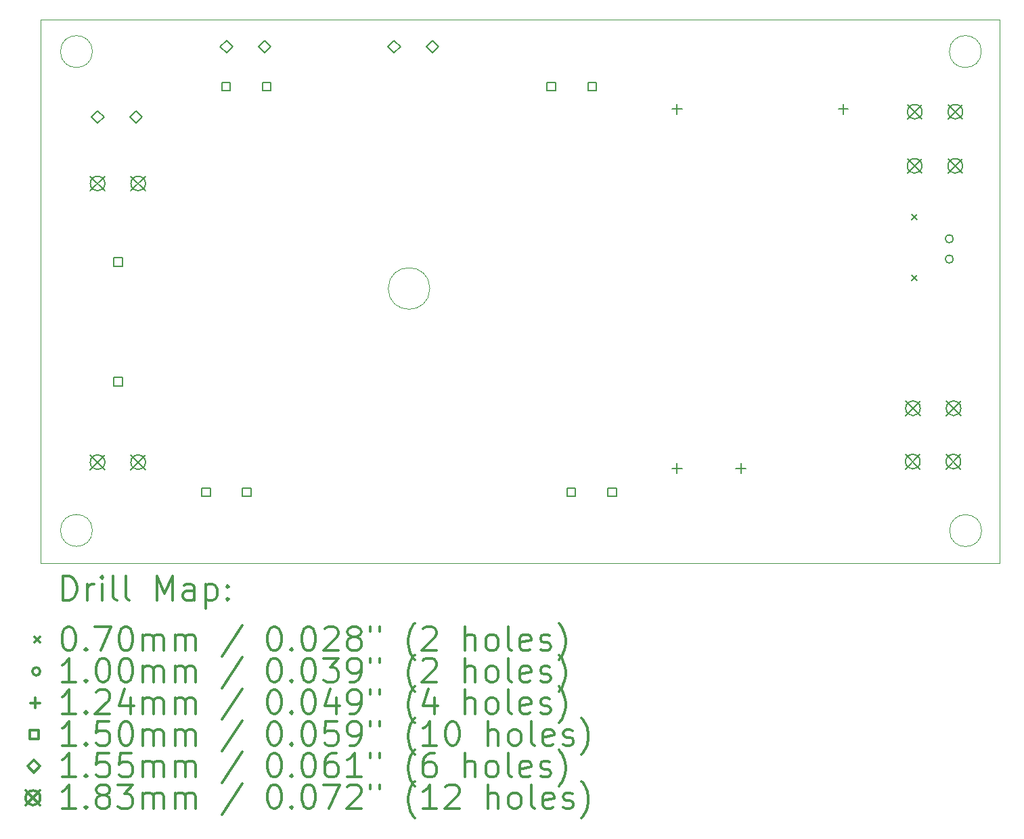
<source format=gbr>
%FSLAX45Y45*%
G04 Gerber Fmt 4.5, Leading zero omitted, Abs format (unit mm)*
G04 Created by KiCad (PCBNEW (5.1.6)-1) date 2022-02-26 06:54:06*
%MOMM*%
%LPD*%
G01*
G04 APERTURE LIST*
%TA.AperFunction,Profile*%
%ADD10C,0.050000*%
%TD*%
%ADD11C,0.200000*%
%ADD12C,0.300000*%
G04 APERTURE END LIST*
D10*
X12469780Y-9576528D02*
G75*
G03*
X12469780Y-9576528I-260000J0D01*
G01*
X8249260Y-12606020D02*
G75*
G03*
X8249260Y-12606020I-200000J0D01*
G01*
X8249260Y-6609080D02*
G75*
G03*
X8249260Y-6609080I-200000J0D01*
G01*
X19372580Y-12608560D02*
G75*
G03*
X19372580Y-12608560I-200000J0D01*
G01*
X19369380Y-6609080D02*
G75*
G03*
X19369380Y-6609080I-200000J0D01*
G01*
X7598640Y-13012870D02*
X19598640Y-13012660D01*
X7598640Y-6212840D02*
X7598640Y-13012870D01*
X19598640Y-6212630D02*
X19598640Y-13012660D01*
X7598640Y-6212840D02*
X19598640Y-6212840D01*
D11*
X18499380Y-8649260D02*
X18569380Y-8719260D01*
X18569380Y-8649260D02*
X18499380Y-8719260D01*
X18499380Y-9411260D02*
X18569380Y-9481260D01*
X18569380Y-9411260D02*
X18499380Y-9481260D01*
X19018720Y-8953500D02*
G75*
G03*
X19018720Y-8953500I-50000J0D01*
G01*
X19018720Y-9207500D02*
G75*
G03*
X19018720Y-9207500I-50000J0D01*
G01*
X15561440Y-7266820D02*
X15561440Y-7390820D01*
X15499440Y-7328820D02*
X15623440Y-7328820D01*
X15561440Y-11766820D02*
X15561440Y-11890820D01*
X15499440Y-11828820D02*
X15623440Y-11828820D01*
X16361440Y-11766820D02*
X16361440Y-11890820D01*
X16299440Y-11828820D02*
X16423440Y-11828820D01*
X17641440Y-7266820D02*
X17641440Y-7390820D01*
X17579440Y-7328820D02*
X17703440Y-7328820D01*
X8622994Y-9297934D02*
X8622994Y-9191867D01*
X8516927Y-9191867D01*
X8516927Y-9297934D01*
X8622994Y-9297934D01*
X8622994Y-10797934D02*
X8622994Y-10691867D01*
X8516927Y-10691867D01*
X8516927Y-10797934D01*
X8622994Y-10797934D01*
X9722974Y-12180713D02*
X9722974Y-12074646D01*
X9616907Y-12074646D01*
X9616907Y-12180713D01*
X9722974Y-12180713D01*
X9972974Y-7100713D02*
X9972974Y-6994646D01*
X9866907Y-6994646D01*
X9866907Y-7100713D01*
X9972974Y-7100713D01*
X10232974Y-12180713D02*
X10232974Y-12074646D01*
X10126907Y-12074646D01*
X10126907Y-12180713D01*
X10232974Y-12180713D01*
X10482974Y-7100713D02*
X10482974Y-6994646D01*
X10376907Y-6994646D01*
X10376907Y-7100713D01*
X10482974Y-7100713D01*
X14042973Y-7100713D02*
X14042973Y-6994646D01*
X13936906Y-6994646D01*
X13936906Y-7100713D01*
X14042973Y-7100713D01*
X14292973Y-12180713D02*
X14292973Y-12074646D01*
X14186906Y-12074646D01*
X14186906Y-12180713D01*
X14292973Y-12180713D01*
X14552973Y-7100713D02*
X14552973Y-6994646D01*
X14446906Y-6994646D01*
X14446906Y-7100713D01*
X14552973Y-7100713D01*
X14802973Y-12180713D02*
X14802973Y-12074646D01*
X14696906Y-12074646D01*
X14696906Y-12180713D01*
X14802973Y-12180713D01*
X12024420Y-6623080D02*
X12101920Y-6545580D01*
X12024420Y-6468080D01*
X11946920Y-6545580D01*
X12024420Y-6623080D01*
X12504420Y-6623080D02*
X12581920Y-6545580D01*
X12504420Y-6468080D01*
X12426920Y-6545580D01*
X12504420Y-6623080D01*
X9926380Y-6623080D02*
X10003880Y-6545580D01*
X9926380Y-6468080D01*
X9848880Y-6545580D01*
X9926380Y-6623080D01*
X10406380Y-6623080D02*
X10483880Y-6545580D01*
X10406380Y-6468080D01*
X10328880Y-6545580D01*
X10406380Y-6623080D01*
X8315960Y-7504460D02*
X8393460Y-7426960D01*
X8315960Y-7349460D01*
X8238460Y-7426960D01*
X8315960Y-7504460D01*
X8795960Y-7504460D02*
X8873460Y-7426960D01*
X8795960Y-7349460D01*
X8718460Y-7426960D01*
X8795960Y-7504460D01*
X18442880Y-7950140D02*
X18625880Y-8133140D01*
X18625880Y-7950140D02*
X18442880Y-8133140D01*
X18625880Y-8041640D02*
G75*
G03*
X18625880Y-8041640I-91500J0D01*
G01*
X18950880Y-7950140D02*
X19133880Y-8133140D01*
X19133880Y-7950140D02*
X18950880Y-8133140D01*
X19133880Y-8041640D02*
G75*
G03*
X19133880Y-8041640I-91500J0D01*
G01*
X18422560Y-10985440D02*
X18605560Y-11168440D01*
X18605560Y-10985440D02*
X18422560Y-11168440D01*
X18605560Y-11076940D02*
G75*
G03*
X18605560Y-11076940I-91500J0D01*
G01*
X18930560Y-10985440D02*
X19113560Y-11168440D01*
X19113560Y-10985440D02*
X18930560Y-11168440D01*
X19113560Y-11076940D02*
G75*
G03*
X19113560Y-11076940I-91500J0D01*
G01*
X8221920Y-8171120D02*
X8404920Y-8354120D01*
X8404920Y-8171120D02*
X8221920Y-8354120D01*
X8404920Y-8262620D02*
G75*
G03*
X8404920Y-8262620I-91500J0D01*
G01*
X8729920Y-8171120D02*
X8912920Y-8354120D01*
X8912920Y-8171120D02*
X8729920Y-8354120D01*
X8912920Y-8262620D02*
G75*
G03*
X8912920Y-8262620I-91500J0D01*
G01*
X18445420Y-7271960D02*
X18628420Y-7454960D01*
X18628420Y-7271960D02*
X18445420Y-7454960D01*
X18628420Y-7363460D02*
G75*
G03*
X18628420Y-7363460I-91500J0D01*
G01*
X18953420Y-7271960D02*
X19136420Y-7454960D01*
X19136420Y-7271960D02*
X18953420Y-7454960D01*
X19136420Y-7363460D02*
G75*
G03*
X19136420Y-7363460I-91500J0D01*
G01*
X8221920Y-11661080D02*
X8404920Y-11844080D01*
X8404920Y-11661080D02*
X8221920Y-11844080D01*
X8404920Y-11752580D02*
G75*
G03*
X8404920Y-11752580I-91500J0D01*
G01*
X8729920Y-11661080D02*
X8912920Y-11844080D01*
X8912920Y-11661080D02*
X8729920Y-11844080D01*
X8912920Y-11752580D02*
G75*
G03*
X8912920Y-11752580I-91500J0D01*
G01*
X18420020Y-11653460D02*
X18603020Y-11836460D01*
X18603020Y-11653460D02*
X18420020Y-11836460D01*
X18603020Y-11744960D02*
G75*
G03*
X18603020Y-11744960I-91500J0D01*
G01*
X18928020Y-11653460D02*
X19111020Y-11836460D01*
X19111020Y-11653460D02*
X18928020Y-11836460D01*
X19111020Y-11744960D02*
G75*
G03*
X19111020Y-11744960I-91500J0D01*
G01*
D12*
X7882568Y-13481084D02*
X7882568Y-13181084D01*
X7953997Y-13181084D01*
X7996854Y-13195370D01*
X8025426Y-13223941D01*
X8039711Y-13252513D01*
X8053997Y-13309656D01*
X8053997Y-13352513D01*
X8039711Y-13409656D01*
X8025426Y-13438227D01*
X7996854Y-13466799D01*
X7953997Y-13481084D01*
X7882568Y-13481084D01*
X8182568Y-13481084D02*
X8182568Y-13281084D01*
X8182568Y-13338227D02*
X8196854Y-13309656D01*
X8211140Y-13295370D01*
X8239711Y-13281084D01*
X8268283Y-13281084D01*
X8368283Y-13481084D02*
X8368283Y-13281084D01*
X8368283Y-13181084D02*
X8353997Y-13195370D01*
X8368283Y-13209656D01*
X8382568Y-13195370D01*
X8368283Y-13181084D01*
X8368283Y-13209656D01*
X8553997Y-13481084D02*
X8525426Y-13466799D01*
X8511140Y-13438227D01*
X8511140Y-13181084D01*
X8711140Y-13481084D02*
X8682568Y-13466799D01*
X8668283Y-13438227D01*
X8668283Y-13181084D01*
X9053997Y-13481084D02*
X9053997Y-13181084D01*
X9153997Y-13395370D01*
X9253997Y-13181084D01*
X9253997Y-13481084D01*
X9525426Y-13481084D02*
X9525426Y-13323941D01*
X9511140Y-13295370D01*
X9482568Y-13281084D01*
X9425426Y-13281084D01*
X9396854Y-13295370D01*
X9525426Y-13466799D02*
X9496854Y-13481084D01*
X9425426Y-13481084D01*
X9396854Y-13466799D01*
X9382568Y-13438227D01*
X9382568Y-13409656D01*
X9396854Y-13381084D01*
X9425426Y-13366799D01*
X9496854Y-13366799D01*
X9525426Y-13352513D01*
X9668283Y-13281084D02*
X9668283Y-13581084D01*
X9668283Y-13295370D02*
X9696854Y-13281084D01*
X9753997Y-13281084D01*
X9782568Y-13295370D01*
X9796854Y-13309656D01*
X9811140Y-13338227D01*
X9811140Y-13423941D01*
X9796854Y-13452513D01*
X9782568Y-13466799D01*
X9753997Y-13481084D01*
X9696854Y-13481084D01*
X9668283Y-13466799D01*
X9939711Y-13452513D02*
X9953997Y-13466799D01*
X9939711Y-13481084D01*
X9925426Y-13466799D01*
X9939711Y-13452513D01*
X9939711Y-13481084D01*
X9939711Y-13295370D02*
X9953997Y-13309656D01*
X9939711Y-13323941D01*
X9925426Y-13309656D01*
X9939711Y-13295370D01*
X9939711Y-13323941D01*
X7526140Y-13940370D02*
X7596140Y-14010370D01*
X7596140Y-13940370D02*
X7526140Y-14010370D01*
X7939711Y-13811084D02*
X7968283Y-13811084D01*
X7996854Y-13825370D01*
X8011140Y-13839656D01*
X8025426Y-13868227D01*
X8039711Y-13925370D01*
X8039711Y-13996799D01*
X8025426Y-14053941D01*
X8011140Y-14082513D01*
X7996854Y-14096799D01*
X7968283Y-14111084D01*
X7939711Y-14111084D01*
X7911140Y-14096799D01*
X7896854Y-14082513D01*
X7882568Y-14053941D01*
X7868283Y-13996799D01*
X7868283Y-13925370D01*
X7882568Y-13868227D01*
X7896854Y-13839656D01*
X7911140Y-13825370D01*
X7939711Y-13811084D01*
X8168283Y-14082513D02*
X8182568Y-14096799D01*
X8168283Y-14111084D01*
X8153997Y-14096799D01*
X8168283Y-14082513D01*
X8168283Y-14111084D01*
X8282568Y-13811084D02*
X8482568Y-13811084D01*
X8353997Y-14111084D01*
X8653997Y-13811084D02*
X8682568Y-13811084D01*
X8711140Y-13825370D01*
X8725426Y-13839656D01*
X8739711Y-13868227D01*
X8753997Y-13925370D01*
X8753997Y-13996799D01*
X8739711Y-14053941D01*
X8725426Y-14082513D01*
X8711140Y-14096799D01*
X8682568Y-14111084D01*
X8653997Y-14111084D01*
X8625426Y-14096799D01*
X8611140Y-14082513D01*
X8596854Y-14053941D01*
X8582568Y-13996799D01*
X8582568Y-13925370D01*
X8596854Y-13868227D01*
X8611140Y-13839656D01*
X8625426Y-13825370D01*
X8653997Y-13811084D01*
X8882568Y-14111084D02*
X8882568Y-13911084D01*
X8882568Y-13939656D02*
X8896854Y-13925370D01*
X8925426Y-13911084D01*
X8968283Y-13911084D01*
X8996854Y-13925370D01*
X9011140Y-13953941D01*
X9011140Y-14111084D01*
X9011140Y-13953941D02*
X9025426Y-13925370D01*
X9053997Y-13911084D01*
X9096854Y-13911084D01*
X9125426Y-13925370D01*
X9139711Y-13953941D01*
X9139711Y-14111084D01*
X9282568Y-14111084D02*
X9282568Y-13911084D01*
X9282568Y-13939656D02*
X9296854Y-13925370D01*
X9325426Y-13911084D01*
X9368283Y-13911084D01*
X9396854Y-13925370D01*
X9411140Y-13953941D01*
X9411140Y-14111084D01*
X9411140Y-13953941D02*
X9425426Y-13925370D01*
X9453997Y-13911084D01*
X9496854Y-13911084D01*
X9525426Y-13925370D01*
X9539711Y-13953941D01*
X9539711Y-14111084D01*
X10125426Y-13796799D02*
X9868283Y-14182513D01*
X10511140Y-13811084D02*
X10539711Y-13811084D01*
X10568283Y-13825370D01*
X10582568Y-13839656D01*
X10596854Y-13868227D01*
X10611140Y-13925370D01*
X10611140Y-13996799D01*
X10596854Y-14053941D01*
X10582568Y-14082513D01*
X10568283Y-14096799D01*
X10539711Y-14111084D01*
X10511140Y-14111084D01*
X10482568Y-14096799D01*
X10468283Y-14082513D01*
X10453997Y-14053941D01*
X10439711Y-13996799D01*
X10439711Y-13925370D01*
X10453997Y-13868227D01*
X10468283Y-13839656D01*
X10482568Y-13825370D01*
X10511140Y-13811084D01*
X10739711Y-14082513D02*
X10753997Y-14096799D01*
X10739711Y-14111084D01*
X10725426Y-14096799D01*
X10739711Y-14082513D01*
X10739711Y-14111084D01*
X10939711Y-13811084D02*
X10968283Y-13811084D01*
X10996854Y-13825370D01*
X11011140Y-13839656D01*
X11025426Y-13868227D01*
X11039711Y-13925370D01*
X11039711Y-13996799D01*
X11025426Y-14053941D01*
X11011140Y-14082513D01*
X10996854Y-14096799D01*
X10968283Y-14111084D01*
X10939711Y-14111084D01*
X10911140Y-14096799D01*
X10896854Y-14082513D01*
X10882568Y-14053941D01*
X10868283Y-13996799D01*
X10868283Y-13925370D01*
X10882568Y-13868227D01*
X10896854Y-13839656D01*
X10911140Y-13825370D01*
X10939711Y-13811084D01*
X11153997Y-13839656D02*
X11168283Y-13825370D01*
X11196854Y-13811084D01*
X11268283Y-13811084D01*
X11296854Y-13825370D01*
X11311140Y-13839656D01*
X11325426Y-13868227D01*
X11325426Y-13896799D01*
X11311140Y-13939656D01*
X11139711Y-14111084D01*
X11325426Y-14111084D01*
X11496854Y-13939656D02*
X11468283Y-13925370D01*
X11453997Y-13911084D01*
X11439711Y-13882513D01*
X11439711Y-13868227D01*
X11453997Y-13839656D01*
X11468283Y-13825370D01*
X11496854Y-13811084D01*
X11553997Y-13811084D01*
X11582568Y-13825370D01*
X11596854Y-13839656D01*
X11611140Y-13868227D01*
X11611140Y-13882513D01*
X11596854Y-13911084D01*
X11582568Y-13925370D01*
X11553997Y-13939656D01*
X11496854Y-13939656D01*
X11468283Y-13953941D01*
X11453997Y-13968227D01*
X11439711Y-13996799D01*
X11439711Y-14053941D01*
X11453997Y-14082513D01*
X11468283Y-14096799D01*
X11496854Y-14111084D01*
X11553997Y-14111084D01*
X11582568Y-14096799D01*
X11596854Y-14082513D01*
X11611140Y-14053941D01*
X11611140Y-13996799D01*
X11596854Y-13968227D01*
X11582568Y-13953941D01*
X11553997Y-13939656D01*
X11725426Y-13811084D02*
X11725426Y-13868227D01*
X11839711Y-13811084D02*
X11839711Y-13868227D01*
X12282568Y-14225370D02*
X12268283Y-14211084D01*
X12239711Y-14168227D01*
X12225426Y-14139656D01*
X12211140Y-14096799D01*
X12196854Y-14025370D01*
X12196854Y-13968227D01*
X12211140Y-13896799D01*
X12225426Y-13853941D01*
X12239711Y-13825370D01*
X12268283Y-13782513D01*
X12282568Y-13768227D01*
X12382568Y-13839656D02*
X12396854Y-13825370D01*
X12425426Y-13811084D01*
X12496854Y-13811084D01*
X12525426Y-13825370D01*
X12539711Y-13839656D01*
X12553997Y-13868227D01*
X12553997Y-13896799D01*
X12539711Y-13939656D01*
X12368283Y-14111084D01*
X12553997Y-14111084D01*
X12911140Y-14111084D02*
X12911140Y-13811084D01*
X13039711Y-14111084D02*
X13039711Y-13953941D01*
X13025426Y-13925370D01*
X12996854Y-13911084D01*
X12953997Y-13911084D01*
X12925426Y-13925370D01*
X12911140Y-13939656D01*
X13225426Y-14111084D02*
X13196854Y-14096799D01*
X13182568Y-14082513D01*
X13168283Y-14053941D01*
X13168283Y-13968227D01*
X13182568Y-13939656D01*
X13196854Y-13925370D01*
X13225426Y-13911084D01*
X13268283Y-13911084D01*
X13296854Y-13925370D01*
X13311140Y-13939656D01*
X13325426Y-13968227D01*
X13325426Y-14053941D01*
X13311140Y-14082513D01*
X13296854Y-14096799D01*
X13268283Y-14111084D01*
X13225426Y-14111084D01*
X13496854Y-14111084D02*
X13468283Y-14096799D01*
X13453997Y-14068227D01*
X13453997Y-13811084D01*
X13725426Y-14096799D02*
X13696854Y-14111084D01*
X13639711Y-14111084D01*
X13611140Y-14096799D01*
X13596854Y-14068227D01*
X13596854Y-13953941D01*
X13611140Y-13925370D01*
X13639711Y-13911084D01*
X13696854Y-13911084D01*
X13725426Y-13925370D01*
X13739711Y-13953941D01*
X13739711Y-13982513D01*
X13596854Y-14011084D01*
X13853997Y-14096799D02*
X13882568Y-14111084D01*
X13939711Y-14111084D01*
X13968283Y-14096799D01*
X13982568Y-14068227D01*
X13982568Y-14053941D01*
X13968283Y-14025370D01*
X13939711Y-14011084D01*
X13896854Y-14011084D01*
X13868283Y-13996799D01*
X13853997Y-13968227D01*
X13853997Y-13953941D01*
X13868283Y-13925370D01*
X13896854Y-13911084D01*
X13939711Y-13911084D01*
X13968283Y-13925370D01*
X14082568Y-14225370D02*
X14096854Y-14211084D01*
X14125426Y-14168227D01*
X14139711Y-14139656D01*
X14153997Y-14096799D01*
X14168283Y-14025370D01*
X14168283Y-13968227D01*
X14153997Y-13896799D01*
X14139711Y-13853941D01*
X14125426Y-13825370D01*
X14096854Y-13782513D01*
X14082568Y-13768227D01*
X7596140Y-14371370D02*
G75*
G03*
X7596140Y-14371370I-50000J0D01*
G01*
X8039711Y-14507084D02*
X7868283Y-14507084D01*
X7953997Y-14507084D02*
X7953997Y-14207084D01*
X7925426Y-14249941D01*
X7896854Y-14278513D01*
X7868283Y-14292799D01*
X8168283Y-14478513D02*
X8182568Y-14492799D01*
X8168283Y-14507084D01*
X8153997Y-14492799D01*
X8168283Y-14478513D01*
X8168283Y-14507084D01*
X8368283Y-14207084D02*
X8396854Y-14207084D01*
X8425426Y-14221370D01*
X8439711Y-14235656D01*
X8453997Y-14264227D01*
X8468283Y-14321370D01*
X8468283Y-14392799D01*
X8453997Y-14449941D01*
X8439711Y-14478513D01*
X8425426Y-14492799D01*
X8396854Y-14507084D01*
X8368283Y-14507084D01*
X8339711Y-14492799D01*
X8325426Y-14478513D01*
X8311140Y-14449941D01*
X8296854Y-14392799D01*
X8296854Y-14321370D01*
X8311140Y-14264227D01*
X8325426Y-14235656D01*
X8339711Y-14221370D01*
X8368283Y-14207084D01*
X8653997Y-14207084D02*
X8682568Y-14207084D01*
X8711140Y-14221370D01*
X8725426Y-14235656D01*
X8739711Y-14264227D01*
X8753997Y-14321370D01*
X8753997Y-14392799D01*
X8739711Y-14449941D01*
X8725426Y-14478513D01*
X8711140Y-14492799D01*
X8682568Y-14507084D01*
X8653997Y-14507084D01*
X8625426Y-14492799D01*
X8611140Y-14478513D01*
X8596854Y-14449941D01*
X8582568Y-14392799D01*
X8582568Y-14321370D01*
X8596854Y-14264227D01*
X8611140Y-14235656D01*
X8625426Y-14221370D01*
X8653997Y-14207084D01*
X8882568Y-14507084D02*
X8882568Y-14307084D01*
X8882568Y-14335656D02*
X8896854Y-14321370D01*
X8925426Y-14307084D01*
X8968283Y-14307084D01*
X8996854Y-14321370D01*
X9011140Y-14349941D01*
X9011140Y-14507084D01*
X9011140Y-14349941D02*
X9025426Y-14321370D01*
X9053997Y-14307084D01*
X9096854Y-14307084D01*
X9125426Y-14321370D01*
X9139711Y-14349941D01*
X9139711Y-14507084D01*
X9282568Y-14507084D02*
X9282568Y-14307084D01*
X9282568Y-14335656D02*
X9296854Y-14321370D01*
X9325426Y-14307084D01*
X9368283Y-14307084D01*
X9396854Y-14321370D01*
X9411140Y-14349941D01*
X9411140Y-14507084D01*
X9411140Y-14349941D02*
X9425426Y-14321370D01*
X9453997Y-14307084D01*
X9496854Y-14307084D01*
X9525426Y-14321370D01*
X9539711Y-14349941D01*
X9539711Y-14507084D01*
X10125426Y-14192799D02*
X9868283Y-14578513D01*
X10511140Y-14207084D02*
X10539711Y-14207084D01*
X10568283Y-14221370D01*
X10582568Y-14235656D01*
X10596854Y-14264227D01*
X10611140Y-14321370D01*
X10611140Y-14392799D01*
X10596854Y-14449941D01*
X10582568Y-14478513D01*
X10568283Y-14492799D01*
X10539711Y-14507084D01*
X10511140Y-14507084D01*
X10482568Y-14492799D01*
X10468283Y-14478513D01*
X10453997Y-14449941D01*
X10439711Y-14392799D01*
X10439711Y-14321370D01*
X10453997Y-14264227D01*
X10468283Y-14235656D01*
X10482568Y-14221370D01*
X10511140Y-14207084D01*
X10739711Y-14478513D02*
X10753997Y-14492799D01*
X10739711Y-14507084D01*
X10725426Y-14492799D01*
X10739711Y-14478513D01*
X10739711Y-14507084D01*
X10939711Y-14207084D02*
X10968283Y-14207084D01*
X10996854Y-14221370D01*
X11011140Y-14235656D01*
X11025426Y-14264227D01*
X11039711Y-14321370D01*
X11039711Y-14392799D01*
X11025426Y-14449941D01*
X11011140Y-14478513D01*
X10996854Y-14492799D01*
X10968283Y-14507084D01*
X10939711Y-14507084D01*
X10911140Y-14492799D01*
X10896854Y-14478513D01*
X10882568Y-14449941D01*
X10868283Y-14392799D01*
X10868283Y-14321370D01*
X10882568Y-14264227D01*
X10896854Y-14235656D01*
X10911140Y-14221370D01*
X10939711Y-14207084D01*
X11139711Y-14207084D02*
X11325426Y-14207084D01*
X11225426Y-14321370D01*
X11268283Y-14321370D01*
X11296854Y-14335656D01*
X11311140Y-14349941D01*
X11325426Y-14378513D01*
X11325426Y-14449941D01*
X11311140Y-14478513D01*
X11296854Y-14492799D01*
X11268283Y-14507084D01*
X11182568Y-14507084D01*
X11153997Y-14492799D01*
X11139711Y-14478513D01*
X11468283Y-14507084D02*
X11525426Y-14507084D01*
X11553997Y-14492799D01*
X11568283Y-14478513D01*
X11596854Y-14435656D01*
X11611140Y-14378513D01*
X11611140Y-14264227D01*
X11596854Y-14235656D01*
X11582568Y-14221370D01*
X11553997Y-14207084D01*
X11496854Y-14207084D01*
X11468283Y-14221370D01*
X11453997Y-14235656D01*
X11439711Y-14264227D01*
X11439711Y-14335656D01*
X11453997Y-14364227D01*
X11468283Y-14378513D01*
X11496854Y-14392799D01*
X11553997Y-14392799D01*
X11582568Y-14378513D01*
X11596854Y-14364227D01*
X11611140Y-14335656D01*
X11725426Y-14207084D02*
X11725426Y-14264227D01*
X11839711Y-14207084D02*
X11839711Y-14264227D01*
X12282568Y-14621370D02*
X12268283Y-14607084D01*
X12239711Y-14564227D01*
X12225426Y-14535656D01*
X12211140Y-14492799D01*
X12196854Y-14421370D01*
X12196854Y-14364227D01*
X12211140Y-14292799D01*
X12225426Y-14249941D01*
X12239711Y-14221370D01*
X12268283Y-14178513D01*
X12282568Y-14164227D01*
X12382568Y-14235656D02*
X12396854Y-14221370D01*
X12425426Y-14207084D01*
X12496854Y-14207084D01*
X12525426Y-14221370D01*
X12539711Y-14235656D01*
X12553997Y-14264227D01*
X12553997Y-14292799D01*
X12539711Y-14335656D01*
X12368283Y-14507084D01*
X12553997Y-14507084D01*
X12911140Y-14507084D02*
X12911140Y-14207084D01*
X13039711Y-14507084D02*
X13039711Y-14349941D01*
X13025426Y-14321370D01*
X12996854Y-14307084D01*
X12953997Y-14307084D01*
X12925426Y-14321370D01*
X12911140Y-14335656D01*
X13225426Y-14507084D02*
X13196854Y-14492799D01*
X13182568Y-14478513D01*
X13168283Y-14449941D01*
X13168283Y-14364227D01*
X13182568Y-14335656D01*
X13196854Y-14321370D01*
X13225426Y-14307084D01*
X13268283Y-14307084D01*
X13296854Y-14321370D01*
X13311140Y-14335656D01*
X13325426Y-14364227D01*
X13325426Y-14449941D01*
X13311140Y-14478513D01*
X13296854Y-14492799D01*
X13268283Y-14507084D01*
X13225426Y-14507084D01*
X13496854Y-14507084D02*
X13468283Y-14492799D01*
X13453997Y-14464227D01*
X13453997Y-14207084D01*
X13725426Y-14492799D02*
X13696854Y-14507084D01*
X13639711Y-14507084D01*
X13611140Y-14492799D01*
X13596854Y-14464227D01*
X13596854Y-14349941D01*
X13611140Y-14321370D01*
X13639711Y-14307084D01*
X13696854Y-14307084D01*
X13725426Y-14321370D01*
X13739711Y-14349941D01*
X13739711Y-14378513D01*
X13596854Y-14407084D01*
X13853997Y-14492799D02*
X13882568Y-14507084D01*
X13939711Y-14507084D01*
X13968283Y-14492799D01*
X13982568Y-14464227D01*
X13982568Y-14449941D01*
X13968283Y-14421370D01*
X13939711Y-14407084D01*
X13896854Y-14407084D01*
X13868283Y-14392799D01*
X13853997Y-14364227D01*
X13853997Y-14349941D01*
X13868283Y-14321370D01*
X13896854Y-14307084D01*
X13939711Y-14307084D01*
X13968283Y-14321370D01*
X14082568Y-14621370D02*
X14096854Y-14607084D01*
X14125426Y-14564227D01*
X14139711Y-14535656D01*
X14153997Y-14492799D01*
X14168283Y-14421370D01*
X14168283Y-14364227D01*
X14153997Y-14292799D01*
X14139711Y-14249941D01*
X14125426Y-14221370D01*
X14096854Y-14178513D01*
X14082568Y-14164227D01*
X7534140Y-14705370D02*
X7534140Y-14829370D01*
X7472140Y-14767370D02*
X7596140Y-14767370D01*
X8039711Y-14903084D02*
X7868283Y-14903084D01*
X7953997Y-14903084D02*
X7953997Y-14603084D01*
X7925426Y-14645941D01*
X7896854Y-14674513D01*
X7868283Y-14688799D01*
X8168283Y-14874513D02*
X8182568Y-14888799D01*
X8168283Y-14903084D01*
X8153997Y-14888799D01*
X8168283Y-14874513D01*
X8168283Y-14903084D01*
X8296854Y-14631656D02*
X8311140Y-14617370D01*
X8339711Y-14603084D01*
X8411140Y-14603084D01*
X8439711Y-14617370D01*
X8453997Y-14631656D01*
X8468283Y-14660227D01*
X8468283Y-14688799D01*
X8453997Y-14731656D01*
X8282568Y-14903084D01*
X8468283Y-14903084D01*
X8725426Y-14703084D02*
X8725426Y-14903084D01*
X8653997Y-14588799D02*
X8582568Y-14803084D01*
X8768283Y-14803084D01*
X8882568Y-14903084D02*
X8882568Y-14703084D01*
X8882568Y-14731656D02*
X8896854Y-14717370D01*
X8925426Y-14703084D01*
X8968283Y-14703084D01*
X8996854Y-14717370D01*
X9011140Y-14745941D01*
X9011140Y-14903084D01*
X9011140Y-14745941D02*
X9025426Y-14717370D01*
X9053997Y-14703084D01*
X9096854Y-14703084D01*
X9125426Y-14717370D01*
X9139711Y-14745941D01*
X9139711Y-14903084D01*
X9282568Y-14903084D02*
X9282568Y-14703084D01*
X9282568Y-14731656D02*
X9296854Y-14717370D01*
X9325426Y-14703084D01*
X9368283Y-14703084D01*
X9396854Y-14717370D01*
X9411140Y-14745941D01*
X9411140Y-14903084D01*
X9411140Y-14745941D02*
X9425426Y-14717370D01*
X9453997Y-14703084D01*
X9496854Y-14703084D01*
X9525426Y-14717370D01*
X9539711Y-14745941D01*
X9539711Y-14903084D01*
X10125426Y-14588799D02*
X9868283Y-14974513D01*
X10511140Y-14603084D02*
X10539711Y-14603084D01*
X10568283Y-14617370D01*
X10582568Y-14631656D01*
X10596854Y-14660227D01*
X10611140Y-14717370D01*
X10611140Y-14788799D01*
X10596854Y-14845941D01*
X10582568Y-14874513D01*
X10568283Y-14888799D01*
X10539711Y-14903084D01*
X10511140Y-14903084D01*
X10482568Y-14888799D01*
X10468283Y-14874513D01*
X10453997Y-14845941D01*
X10439711Y-14788799D01*
X10439711Y-14717370D01*
X10453997Y-14660227D01*
X10468283Y-14631656D01*
X10482568Y-14617370D01*
X10511140Y-14603084D01*
X10739711Y-14874513D02*
X10753997Y-14888799D01*
X10739711Y-14903084D01*
X10725426Y-14888799D01*
X10739711Y-14874513D01*
X10739711Y-14903084D01*
X10939711Y-14603084D02*
X10968283Y-14603084D01*
X10996854Y-14617370D01*
X11011140Y-14631656D01*
X11025426Y-14660227D01*
X11039711Y-14717370D01*
X11039711Y-14788799D01*
X11025426Y-14845941D01*
X11011140Y-14874513D01*
X10996854Y-14888799D01*
X10968283Y-14903084D01*
X10939711Y-14903084D01*
X10911140Y-14888799D01*
X10896854Y-14874513D01*
X10882568Y-14845941D01*
X10868283Y-14788799D01*
X10868283Y-14717370D01*
X10882568Y-14660227D01*
X10896854Y-14631656D01*
X10911140Y-14617370D01*
X10939711Y-14603084D01*
X11296854Y-14703084D02*
X11296854Y-14903084D01*
X11225426Y-14588799D02*
X11153997Y-14803084D01*
X11339711Y-14803084D01*
X11468283Y-14903084D02*
X11525426Y-14903084D01*
X11553997Y-14888799D01*
X11568283Y-14874513D01*
X11596854Y-14831656D01*
X11611140Y-14774513D01*
X11611140Y-14660227D01*
X11596854Y-14631656D01*
X11582568Y-14617370D01*
X11553997Y-14603084D01*
X11496854Y-14603084D01*
X11468283Y-14617370D01*
X11453997Y-14631656D01*
X11439711Y-14660227D01*
X11439711Y-14731656D01*
X11453997Y-14760227D01*
X11468283Y-14774513D01*
X11496854Y-14788799D01*
X11553997Y-14788799D01*
X11582568Y-14774513D01*
X11596854Y-14760227D01*
X11611140Y-14731656D01*
X11725426Y-14603084D02*
X11725426Y-14660227D01*
X11839711Y-14603084D02*
X11839711Y-14660227D01*
X12282568Y-15017370D02*
X12268283Y-15003084D01*
X12239711Y-14960227D01*
X12225426Y-14931656D01*
X12211140Y-14888799D01*
X12196854Y-14817370D01*
X12196854Y-14760227D01*
X12211140Y-14688799D01*
X12225426Y-14645941D01*
X12239711Y-14617370D01*
X12268283Y-14574513D01*
X12282568Y-14560227D01*
X12525426Y-14703084D02*
X12525426Y-14903084D01*
X12453997Y-14588799D02*
X12382568Y-14803084D01*
X12568283Y-14803084D01*
X12911140Y-14903084D02*
X12911140Y-14603084D01*
X13039711Y-14903084D02*
X13039711Y-14745941D01*
X13025426Y-14717370D01*
X12996854Y-14703084D01*
X12953997Y-14703084D01*
X12925426Y-14717370D01*
X12911140Y-14731656D01*
X13225426Y-14903084D02*
X13196854Y-14888799D01*
X13182568Y-14874513D01*
X13168283Y-14845941D01*
X13168283Y-14760227D01*
X13182568Y-14731656D01*
X13196854Y-14717370D01*
X13225426Y-14703084D01*
X13268283Y-14703084D01*
X13296854Y-14717370D01*
X13311140Y-14731656D01*
X13325426Y-14760227D01*
X13325426Y-14845941D01*
X13311140Y-14874513D01*
X13296854Y-14888799D01*
X13268283Y-14903084D01*
X13225426Y-14903084D01*
X13496854Y-14903084D02*
X13468283Y-14888799D01*
X13453997Y-14860227D01*
X13453997Y-14603084D01*
X13725426Y-14888799D02*
X13696854Y-14903084D01*
X13639711Y-14903084D01*
X13611140Y-14888799D01*
X13596854Y-14860227D01*
X13596854Y-14745941D01*
X13611140Y-14717370D01*
X13639711Y-14703084D01*
X13696854Y-14703084D01*
X13725426Y-14717370D01*
X13739711Y-14745941D01*
X13739711Y-14774513D01*
X13596854Y-14803084D01*
X13853997Y-14888799D02*
X13882568Y-14903084D01*
X13939711Y-14903084D01*
X13968283Y-14888799D01*
X13982568Y-14860227D01*
X13982568Y-14845941D01*
X13968283Y-14817370D01*
X13939711Y-14803084D01*
X13896854Y-14803084D01*
X13868283Y-14788799D01*
X13853997Y-14760227D01*
X13853997Y-14745941D01*
X13868283Y-14717370D01*
X13896854Y-14703084D01*
X13939711Y-14703084D01*
X13968283Y-14717370D01*
X14082568Y-15017370D02*
X14096854Y-15003084D01*
X14125426Y-14960227D01*
X14139711Y-14931656D01*
X14153997Y-14888799D01*
X14168283Y-14817370D01*
X14168283Y-14760227D01*
X14153997Y-14688799D01*
X14139711Y-14645941D01*
X14125426Y-14617370D01*
X14096854Y-14574513D01*
X14082568Y-14560227D01*
X7574173Y-15216404D02*
X7574173Y-15110337D01*
X7468106Y-15110337D01*
X7468106Y-15216404D01*
X7574173Y-15216404D01*
X8039711Y-15299084D02*
X7868283Y-15299084D01*
X7953997Y-15299084D02*
X7953997Y-14999084D01*
X7925426Y-15041941D01*
X7896854Y-15070513D01*
X7868283Y-15084799D01*
X8168283Y-15270513D02*
X8182568Y-15284799D01*
X8168283Y-15299084D01*
X8153997Y-15284799D01*
X8168283Y-15270513D01*
X8168283Y-15299084D01*
X8453997Y-14999084D02*
X8311140Y-14999084D01*
X8296854Y-15141941D01*
X8311140Y-15127656D01*
X8339711Y-15113370D01*
X8411140Y-15113370D01*
X8439711Y-15127656D01*
X8453997Y-15141941D01*
X8468283Y-15170513D01*
X8468283Y-15241941D01*
X8453997Y-15270513D01*
X8439711Y-15284799D01*
X8411140Y-15299084D01*
X8339711Y-15299084D01*
X8311140Y-15284799D01*
X8296854Y-15270513D01*
X8653997Y-14999084D02*
X8682568Y-14999084D01*
X8711140Y-15013370D01*
X8725426Y-15027656D01*
X8739711Y-15056227D01*
X8753997Y-15113370D01*
X8753997Y-15184799D01*
X8739711Y-15241941D01*
X8725426Y-15270513D01*
X8711140Y-15284799D01*
X8682568Y-15299084D01*
X8653997Y-15299084D01*
X8625426Y-15284799D01*
X8611140Y-15270513D01*
X8596854Y-15241941D01*
X8582568Y-15184799D01*
X8582568Y-15113370D01*
X8596854Y-15056227D01*
X8611140Y-15027656D01*
X8625426Y-15013370D01*
X8653997Y-14999084D01*
X8882568Y-15299084D02*
X8882568Y-15099084D01*
X8882568Y-15127656D02*
X8896854Y-15113370D01*
X8925426Y-15099084D01*
X8968283Y-15099084D01*
X8996854Y-15113370D01*
X9011140Y-15141941D01*
X9011140Y-15299084D01*
X9011140Y-15141941D02*
X9025426Y-15113370D01*
X9053997Y-15099084D01*
X9096854Y-15099084D01*
X9125426Y-15113370D01*
X9139711Y-15141941D01*
X9139711Y-15299084D01*
X9282568Y-15299084D02*
X9282568Y-15099084D01*
X9282568Y-15127656D02*
X9296854Y-15113370D01*
X9325426Y-15099084D01*
X9368283Y-15099084D01*
X9396854Y-15113370D01*
X9411140Y-15141941D01*
X9411140Y-15299084D01*
X9411140Y-15141941D02*
X9425426Y-15113370D01*
X9453997Y-15099084D01*
X9496854Y-15099084D01*
X9525426Y-15113370D01*
X9539711Y-15141941D01*
X9539711Y-15299084D01*
X10125426Y-14984799D02*
X9868283Y-15370513D01*
X10511140Y-14999084D02*
X10539711Y-14999084D01*
X10568283Y-15013370D01*
X10582568Y-15027656D01*
X10596854Y-15056227D01*
X10611140Y-15113370D01*
X10611140Y-15184799D01*
X10596854Y-15241941D01*
X10582568Y-15270513D01*
X10568283Y-15284799D01*
X10539711Y-15299084D01*
X10511140Y-15299084D01*
X10482568Y-15284799D01*
X10468283Y-15270513D01*
X10453997Y-15241941D01*
X10439711Y-15184799D01*
X10439711Y-15113370D01*
X10453997Y-15056227D01*
X10468283Y-15027656D01*
X10482568Y-15013370D01*
X10511140Y-14999084D01*
X10739711Y-15270513D02*
X10753997Y-15284799D01*
X10739711Y-15299084D01*
X10725426Y-15284799D01*
X10739711Y-15270513D01*
X10739711Y-15299084D01*
X10939711Y-14999084D02*
X10968283Y-14999084D01*
X10996854Y-15013370D01*
X11011140Y-15027656D01*
X11025426Y-15056227D01*
X11039711Y-15113370D01*
X11039711Y-15184799D01*
X11025426Y-15241941D01*
X11011140Y-15270513D01*
X10996854Y-15284799D01*
X10968283Y-15299084D01*
X10939711Y-15299084D01*
X10911140Y-15284799D01*
X10896854Y-15270513D01*
X10882568Y-15241941D01*
X10868283Y-15184799D01*
X10868283Y-15113370D01*
X10882568Y-15056227D01*
X10896854Y-15027656D01*
X10911140Y-15013370D01*
X10939711Y-14999084D01*
X11311140Y-14999084D02*
X11168283Y-14999084D01*
X11153997Y-15141941D01*
X11168283Y-15127656D01*
X11196854Y-15113370D01*
X11268283Y-15113370D01*
X11296854Y-15127656D01*
X11311140Y-15141941D01*
X11325426Y-15170513D01*
X11325426Y-15241941D01*
X11311140Y-15270513D01*
X11296854Y-15284799D01*
X11268283Y-15299084D01*
X11196854Y-15299084D01*
X11168283Y-15284799D01*
X11153997Y-15270513D01*
X11468283Y-15299084D02*
X11525426Y-15299084D01*
X11553997Y-15284799D01*
X11568283Y-15270513D01*
X11596854Y-15227656D01*
X11611140Y-15170513D01*
X11611140Y-15056227D01*
X11596854Y-15027656D01*
X11582568Y-15013370D01*
X11553997Y-14999084D01*
X11496854Y-14999084D01*
X11468283Y-15013370D01*
X11453997Y-15027656D01*
X11439711Y-15056227D01*
X11439711Y-15127656D01*
X11453997Y-15156227D01*
X11468283Y-15170513D01*
X11496854Y-15184799D01*
X11553997Y-15184799D01*
X11582568Y-15170513D01*
X11596854Y-15156227D01*
X11611140Y-15127656D01*
X11725426Y-14999084D02*
X11725426Y-15056227D01*
X11839711Y-14999084D02*
X11839711Y-15056227D01*
X12282568Y-15413370D02*
X12268283Y-15399084D01*
X12239711Y-15356227D01*
X12225426Y-15327656D01*
X12211140Y-15284799D01*
X12196854Y-15213370D01*
X12196854Y-15156227D01*
X12211140Y-15084799D01*
X12225426Y-15041941D01*
X12239711Y-15013370D01*
X12268283Y-14970513D01*
X12282568Y-14956227D01*
X12553997Y-15299084D02*
X12382568Y-15299084D01*
X12468283Y-15299084D02*
X12468283Y-14999084D01*
X12439711Y-15041941D01*
X12411140Y-15070513D01*
X12382568Y-15084799D01*
X12739711Y-14999084D02*
X12768283Y-14999084D01*
X12796854Y-15013370D01*
X12811140Y-15027656D01*
X12825426Y-15056227D01*
X12839711Y-15113370D01*
X12839711Y-15184799D01*
X12825426Y-15241941D01*
X12811140Y-15270513D01*
X12796854Y-15284799D01*
X12768283Y-15299084D01*
X12739711Y-15299084D01*
X12711140Y-15284799D01*
X12696854Y-15270513D01*
X12682568Y-15241941D01*
X12668283Y-15184799D01*
X12668283Y-15113370D01*
X12682568Y-15056227D01*
X12696854Y-15027656D01*
X12711140Y-15013370D01*
X12739711Y-14999084D01*
X13196854Y-15299084D02*
X13196854Y-14999084D01*
X13325426Y-15299084D02*
X13325426Y-15141941D01*
X13311140Y-15113370D01*
X13282568Y-15099084D01*
X13239711Y-15099084D01*
X13211140Y-15113370D01*
X13196854Y-15127656D01*
X13511140Y-15299084D02*
X13482568Y-15284799D01*
X13468283Y-15270513D01*
X13453997Y-15241941D01*
X13453997Y-15156227D01*
X13468283Y-15127656D01*
X13482568Y-15113370D01*
X13511140Y-15099084D01*
X13553997Y-15099084D01*
X13582568Y-15113370D01*
X13596854Y-15127656D01*
X13611140Y-15156227D01*
X13611140Y-15241941D01*
X13596854Y-15270513D01*
X13582568Y-15284799D01*
X13553997Y-15299084D01*
X13511140Y-15299084D01*
X13782568Y-15299084D02*
X13753997Y-15284799D01*
X13739711Y-15256227D01*
X13739711Y-14999084D01*
X14011140Y-15284799D02*
X13982568Y-15299084D01*
X13925426Y-15299084D01*
X13896854Y-15284799D01*
X13882568Y-15256227D01*
X13882568Y-15141941D01*
X13896854Y-15113370D01*
X13925426Y-15099084D01*
X13982568Y-15099084D01*
X14011140Y-15113370D01*
X14025426Y-15141941D01*
X14025426Y-15170513D01*
X13882568Y-15199084D01*
X14139711Y-15284799D02*
X14168283Y-15299084D01*
X14225426Y-15299084D01*
X14253997Y-15284799D01*
X14268283Y-15256227D01*
X14268283Y-15241941D01*
X14253997Y-15213370D01*
X14225426Y-15199084D01*
X14182568Y-15199084D01*
X14153997Y-15184799D01*
X14139711Y-15156227D01*
X14139711Y-15141941D01*
X14153997Y-15113370D01*
X14182568Y-15099084D01*
X14225426Y-15099084D01*
X14253997Y-15113370D01*
X14368283Y-15413370D02*
X14382568Y-15399084D01*
X14411140Y-15356227D01*
X14425426Y-15327656D01*
X14439711Y-15284799D01*
X14453997Y-15213370D01*
X14453997Y-15156227D01*
X14439711Y-15084799D01*
X14425426Y-15041941D01*
X14411140Y-15013370D01*
X14382568Y-14970513D01*
X14368283Y-14956227D01*
X7518640Y-15636870D02*
X7596140Y-15559370D01*
X7518640Y-15481870D01*
X7441140Y-15559370D01*
X7518640Y-15636870D01*
X8039711Y-15695084D02*
X7868283Y-15695084D01*
X7953997Y-15695084D02*
X7953997Y-15395084D01*
X7925426Y-15437941D01*
X7896854Y-15466513D01*
X7868283Y-15480799D01*
X8168283Y-15666513D02*
X8182568Y-15680799D01*
X8168283Y-15695084D01*
X8153997Y-15680799D01*
X8168283Y-15666513D01*
X8168283Y-15695084D01*
X8453997Y-15395084D02*
X8311140Y-15395084D01*
X8296854Y-15537941D01*
X8311140Y-15523656D01*
X8339711Y-15509370D01*
X8411140Y-15509370D01*
X8439711Y-15523656D01*
X8453997Y-15537941D01*
X8468283Y-15566513D01*
X8468283Y-15637941D01*
X8453997Y-15666513D01*
X8439711Y-15680799D01*
X8411140Y-15695084D01*
X8339711Y-15695084D01*
X8311140Y-15680799D01*
X8296854Y-15666513D01*
X8739711Y-15395084D02*
X8596854Y-15395084D01*
X8582568Y-15537941D01*
X8596854Y-15523656D01*
X8625426Y-15509370D01*
X8696854Y-15509370D01*
X8725426Y-15523656D01*
X8739711Y-15537941D01*
X8753997Y-15566513D01*
X8753997Y-15637941D01*
X8739711Y-15666513D01*
X8725426Y-15680799D01*
X8696854Y-15695084D01*
X8625426Y-15695084D01*
X8596854Y-15680799D01*
X8582568Y-15666513D01*
X8882568Y-15695084D02*
X8882568Y-15495084D01*
X8882568Y-15523656D02*
X8896854Y-15509370D01*
X8925426Y-15495084D01*
X8968283Y-15495084D01*
X8996854Y-15509370D01*
X9011140Y-15537941D01*
X9011140Y-15695084D01*
X9011140Y-15537941D02*
X9025426Y-15509370D01*
X9053997Y-15495084D01*
X9096854Y-15495084D01*
X9125426Y-15509370D01*
X9139711Y-15537941D01*
X9139711Y-15695084D01*
X9282568Y-15695084D02*
X9282568Y-15495084D01*
X9282568Y-15523656D02*
X9296854Y-15509370D01*
X9325426Y-15495084D01*
X9368283Y-15495084D01*
X9396854Y-15509370D01*
X9411140Y-15537941D01*
X9411140Y-15695084D01*
X9411140Y-15537941D02*
X9425426Y-15509370D01*
X9453997Y-15495084D01*
X9496854Y-15495084D01*
X9525426Y-15509370D01*
X9539711Y-15537941D01*
X9539711Y-15695084D01*
X10125426Y-15380799D02*
X9868283Y-15766513D01*
X10511140Y-15395084D02*
X10539711Y-15395084D01*
X10568283Y-15409370D01*
X10582568Y-15423656D01*
X10596854Y-15452227D01*
X10611140Y-15509370D01*
X10611140Y-15580799D01*
X10596854Y-15637941D01*
X10582568Y-15666513D01*
X10568283Y-15680799D01*
X10539711Y-15695084D01*
X10511140Y-15695084D01*
X10482568Y-15680799D01*
X10468283Y-15666513D01*
X10453997Y-15637941D01*
X10439711Y-15580799D01*
X10439711Y-15509370D01*
X10453997Y-15452227D01*
X10468283Y-15423656D01*
X10482568Y-15409370D01*
X10511140Y-15395084D01*
X10739711Y-15666513D02*
X10753997Y-15680799D01*
X10739711Y-15695084D01*
X10725426Y-15680799D01*
X10739711Y-15666513D01*
X10739711Y-15695084D01*
X10939711Y-15395084D02*
X10968283Y-15395084D01*
X10996854Y-15409370D01*
X11011140Y-15423656D01*
X11025426Y-15452227D01*
X11039711Y-15509370D01*
X11039711Y-15580799D01*
X11025426Y-15637941D01*
X11011140Y-15666513D01*
X10996854Y-15680799D01*
X10968283Y-15695084D01*
X10939711Y-15695084D01*
X10911140Y-15680799D01*
X10896854Y-15666513D01*
X10882568Y-15637941D01*
X10868283Y-15580799D01*
X10868283Y-15509370D01*
X10882568Y-15452227D01*
X10896854Y-15423656D01*
X10911140Y-15409370D01*
X10939711Y-15395084D01*
X11296854Y-15395084D02*
X11239711Y-15395084D01*
X11211140Y-15409370D01*
X11196854Y-15423656D01*
X11168283Y-15466513D01*
X11153997Y-15523656D01*
X11153997Y-15637941D01*
X11168283Y-15666513D01*
X11182568Y-15680799D01*
X11211140Y-15695084D01*
X11268283Y-15695084D01*
X11296854Y-15680799D01*
X11311140Y-15666513D01*
X11325426Y-15637941D01*
X11325426Y-15566513D01*
X11311140Y-15537941D01*
X11296854Y-15523656D01*
X11268283Y-15509370D01*
X11211140Y-15509370D01*
X11182568Y-15523656D01*
X11168283Y-15537941D01*
X11153997Y-15566513D01*
X11611140Y-15695084D02*
X11439711Y-15695084D01*
X11525426Y-15695084D02*
X11525426Y-15395084D01*
X11496854Y-15437941D01*
X11468283Y-15466513D01*
X11439711Y-15480799D01*
X11725426Y-15395084D02*
X11725426Y-15452227D01*
X11839711Y-15395084D02*
X11839711Y-15452227D01*
X12282568Y-15809370D02*
X12268283Y-15795084D01*
X12239711Y-15752227D01*
X12225426Y-15723656D01*
X12211140Y-15680799D01*
X12196854Y-15609370D01*
X12196854Y-15552227D01*
X12211140Y-15480799D01*
X12225426Y-15437941D01*
X12239711Y-15409370D01*
X12268283Y-15366513D01*
X12282568Y-15352227D01*
X12525426Y-15395084D02*
X12468283Y-15395084D01*
X12439711Y-15409370D01*
X12425426Y-15423656D01*
X12396854Y-15466513D01*
X12382568Y-15523656D01*
X12382568Y-15637941D01*
X12396854Y-15666513D01*
X12411140Y-15680799D01*
X12439711Y-15695084D01*
X12496854Y-15695084D01*
X12525426Y-15680799D01*
X12539711Y-15666513D01*
X12553997Y-15637941D01*
X12553997Y-15566513D01*
X12539711Y-15537941D01*
X12525426Y-15523656D01*
X12496854Y-15509370D01*
X12439711Y-15509370D01*
X12411140Y-15523656D01*
X12396854Y-15537941D01*
X12382568Y-15566513D01*
X12911140Y-15695084D02*
X12911140Y-15395084D01*
X13039711Y-15695084D02*
X13039711Y-15537941D01*
X13025426Y-15509370D01*
X12996854Y-15495084D01*
X12953997Y-15495084D01*
X12925426Y-15509370D01*
X12911140Y-15523656D01*
X13225426Y-15695084D02*
X13196854Y-15680799D01*
X13182568Y-15666513D01*
X13168283Y-15637941D01*
X13168283Y-15552227D01*
X13182568Y-15523656D01*
X13196854Y-15509370D01*
X13225426Y-15495084D01*
X13268283Y-15495084D01*
X13296854Y-15509370D01*
X13311140Y-15523656D01*
X13325426Y-15552227D01*
X13325426Y-15637941D01*
X13311140Y-15666513D01*
X13296854Y-15680799D01*
X13268283Y-15695084D01*
X13225426Y-15695084D01*
X13496854Y-15695084D02*
X13468283Y-15680799D01*
X13453997Y-15652227D01*
X13453997Y-15395084D01*
X13725426Y-15680799D02*
X13696854Y-15695084D01*
X13639711Y-15695084D01*
X13611140Y-15680799D01*
X13596854Y-15652227D01*
X13596854Y-15537941D01*
X13611140Y-15509370D01*
X13639711Y-15495084D01*
X13696854Y-15495084D01*
X13725426Y-15509370D01*
X13739711Y-15537941D01*
X13739711Y-15566513D01*
X13596854Y-15595084D01*
X13853997Y-15680799D02*
X13882568Y-15695084D01*
X13939711Y-15695084D01*
X13968283Y-15680799D01*
X13982568Y-15652227D01*
X13982568Y-15637941D01*
X13968283Y-15609370D01*
X13939711Y-15595084D01*
X13896854Y-15595084D01*
X13868283Y-15580799D01*
X13853997Y-15552227D01*
X13853997Y-15537941D01*
X13868283Y-15509370D01*
X13896854Y-15495084D01*
X13939711Y-15495084D01*
X13968283Y-15509370D01*
X14082568Y-15809370D02*
X14096854Y-15795084D01*
X14125426Y-15752227D01*
X14139711Y-15723656D01*
X14153997Y-15680799D01*
X14168283Y-15609370D01*
X14168283Y-15552227D01*
X14153997Y-15480799D01*
X14139711Y-15437941D01*
X14125426Y-15409370D01*
X14096854Y-15366513D01*
X14082568Y-15352227D01*
X7413140Y-15863870D02*
X7596140Y-16046870D01*
X7596140Y-15863870D02*
X7413140Y-16046870D01*
X7596140Y-15955370D02*
G75*
G03*
X7596140Y-15955370I-91500J0D01*
G01*
X8039711Y-16091084D02*
X7868283Y-16091084D01*
X7953997Y-16091084D02*
X7953997Y-15791084D01*
X7925426Y-15833941D01*
X7896854Y-15862513D01*
X7868283Y-15876799D01*
X8168283Y-16062513D02*
X8182568Y-16076799D01*
X8168283Y-16091084D01*
X8153997Y-16076799D01*
X8168283Y-16062513D01*
X8168283Y-16091084D01*
X8353997Y-15919656D02*
X8325426Y-15905370D01*
X8311140Y-15891084D01*
X8296854Y-15862513D01*
X8296854Y-15848227D01*
X8311140Y-15819656D01*
X8325426Y-15805370D01*
X8353997Y-15791084D01*
X8411140Y-15791084D01*
X8439711Y-15805370D01*
X8453997Y-15819656D01*
X8468283Y-15848227D01*
X8468283Y-15862513D01*
X8453997Y-15891084D01*
X8439711Y-15905370D01*
X8411140Y-15919656D01*
X8353997Y-15919656D01*
X8325426Y-15933941D01*
X8311140Y-15948227D01*
X8296854Y-15976799D01*
X8296854Y-16033941D01*
X8311140Y-16062513D01*
X8325426Y-16076799D01*
X8353997Y-16091084D01*
X8411140Y-16091084D01*
X8439711Y-16076799D01*
X8453997Y-16062513D01*
X8468283Y-16033941D01*
X8468283Y-15976799D01*
X8453997Y-15948227D01*
X8439711Y-15933941D01*
X8411140Y-15919656D01*
X8568283Y-15791084D02*
X8753997Y-15791084D01*
X8653997Y-15905370D01*
X8696854Y-15905370D01*
X8725426Y-15919656D01*
X8739711Y-15933941D01*
X8753997Y-15962513D01*
X8753997Y-16033941D01*
X8739711Y-16062513D01*
X8725426Y-16076799D01*
X8696854Y-16091084D01*
X8611140Y-16091084D01*
X8582568Y-16076799D01*
X8568283Y-16062513D01*
X8882568Y-16091084D02*
X8882568Y-15891084D01*
X8882568Y-15919656D02*
X8896854Y-15905370D01*
X8925426Y-15891084D01*
X8968283Y-15891084D01*
X8996854Y-15905370D01*
X9011140Y-15933941D01*
X9011140Y-16091084D01*
X9011140Y-15933941D02*
X9025426Y-15905370D01*
X9053997Y-15891084D01*
X9096854Y-15891084D01*
X9125426Y-15905370D01*
X9139711Y-15933941D01*
X9139711Y-16091084D01*
X9282568Y-16091084D02*
X9282568Y-15891084D01*
X9282568Y-15919656D02*
X9296854Y-15905370D01*
X9325426Y-15891084D01*
X9368283Y-15891084D01*
X9396854Y-15905370D01*
X9411140Y-15933941D01*
X9411140Y-16091084D01*
X9411140Y-15933941D02*
X9425426Y-15905370D01*
X9453997Y-15891084D01*
X9496854Y-15891084D01*
X9525426Y-15905370D01*
X9539711Y-15933941D01*
X9539711Y-16091084D01*
X10125426Y-15776799D02*
X9868283Y-16162513D01*
X10511140Y-15791084D02*
X10539711Y-15791084D01*
X10568283Y-15805370D01*
X10582568Y-15819656D01*
X10596854Y-15848227D01*
X10611140Y-15905370D01*
X10611140Y-15976799D01*
X10596854Y-16033941D01*
X10582568Y-16062513D01*
X10568283Y-16076799D01*
X10539711Y-16091084D01*
X10511140Y-16091084D01*
X10482568Y-16076799D01*
X10468283Y-16062513D01*
X10453997Y-16033941D01*
X10439711Y-15976799D01*
X10439711Y-15905370D01*
X10453997Y-15848227D01*
X10468283Y-15819656D01*
X10482568Y-15805370D01*
X10511140Y-15791084D01*
X10739711Y-16062513D02*
X10753997Y-16076799D01*
X10739711Y-16091084D01*
X10725426Y-16076799D01*
X10739711Y-16062513D01*
X10739711Y-16091084D01*
X10939711Y-15791084D02*
X10968283Y-15791084D01*
X10996854Y-15805370D01*
X11011140Y-15819656D01*
X11025426Y-15848227D01*
X11039711Y-15905370D01*
X11039711Y-15976799D01*
X11025426Y-16033941D01*
X11011140Y-16062513D01*
X10996854Y-16076799D01*
X10968283Y-16091084D01*
X10939711Y-16091084D01*
X10911140Y-16076799D01*
X10896854Y-16062513D01*
X10882568Y-16033941D01*
X10868283Y-15976799D01*
X10868283Y-15905370D01*
X10882568Y-15848227D01*
X10896854Y-15819656D01*
X10911140Y-15805370D01*
X10939711Y-15791084D01*
X11139711Y-15791084D02*
X11339711Y-15791084D01*
X11211140Y-16091084D01*
X11439711Y-15819656D02*
X11453997Y-15805370D01*
X11482568Y-15791084D01*
X11553997Y-15791084D01*
X11582568Y-15805370D01*
X11596854Y-15819656D01*
X11611140Y-15848227D01*
X11611140Y-15876799D01*
X11596854Y-15919656D01*
X11425426Y-16091084D01*
X11611140Y-16091084D01*
X11725426Y-15791084D02*
X11725426Y-15848227D01*
X11839711Y-15791084D02*
X11839711Y-15848227D01*
X12282568Y-16205370D02*
X12268283Y-16191084D01*
X12239711Y-16148227D01*
X12225426Y-16119656D01*
X12211140Y-16076799D01*
X12196854Y-16005370D01*
X12196854Y-15948227D01*
X12211140Y-15876799D01*
X12225426Y-15833941D01*
X12239711Y-15805370D01*
X12268283Y-15762513D01*
X12282568Y-15748227D01*
X12553997Y-16091084D02*
X12382568Y-16091084D01*
X12468283Y-16091084D02*
X12468283Y-15791084D01*
X12439711Y-15833941D01*
X12411140Y-15862513D01*
X12382568Y-15876799D01*
X12668283Y-15819656D02*
X12682568Y-15805370D01*
X12711140Y-15791084D01*
X12782568Y-15791084D01*
X12811140Y-15805370D01*
X12825426Y-15819656D01*
X12839711Y-15848227D01*
X12839711Y-15876799D01*
X12825426Y-15919656D01*
X12653997Y-16091084D01*
X12839711Y-16091084D01*
X13196854Y-16091084D02*
X13196854Y-15791084D01*
X13325426Y-16091084D02*
X13325426Y-15933941D01*
X13311140Y-15905370D01*
X13282568Y-15891084D01*
X13239711Y-15891084D01*
X13211140Y-15905370D01*
X13196854Y-15919656D01*
X13511140Y-16091084D02*
X13482568Y-16076799D01*
X13468283Y-16062513D01*
X13453997Y-16033941D01*
X13453997Y-15948227D01*
X13468283Y-15919656D01*
X13482568Y-15905370D01*
X13511140Y-15891084D01*
X13553997Y-15891084D01*
X13582568Y-15905370D01*
X13596854Y-15919656D01*
X13611140Y-15948227D01*
X13611140Y-16033941D01*
X13596854Y-16062513D01*
X13582568Y-16076799D01*
X13553997Y-16091084D01*
X13511140Y-16091084D01*
X13782568Y-16091084D02*
X13753997Y-16076799D01*
X13739711Y-16048227D01*
X13739711Y-15791084D01*
X14011140Y-16076799D02*
X13982568Y-16091084D01*
X13925426Y-16091084D01*
X13896854Y-16076799D01*
X13882568Y-16048227D01*
X13882568Y-15933941D01*
X13896854Y-15905370D01*
X13925426Y-15891084D01*
X13982568Y-15891084D01*
X14011140Y-15905370D01*
X14025426Y-15933941D01*
X14025426Y-15962513D01*
X13882568Y-15991084D01*
X14139711Y-16076799D02*
X14168283Y-16091084D01*
X14225426Y-16091084D01*
X14253997Y-16076799D01*
X14268283Y-16048227D01*
X14268283Y-16033941D01*
X14253997Y-16005370D01*
X14225426Y-15991084D01*
X14182568Y-15991084D01*
X14153997Y-15976799D01*
X14139711Y-15948227D01*
X14139711Y-15933941D01*
X14153997Y-15905370D01*
X14182568Y-15891084D01*
X14225426Y-15891084D01*
X14253997Y-15905370D01*
X14368283Y-16205370D02*
X14382568Y-16191084D01*
X14411140Y-16148227D01*
X14425426Y-16119656D01*
X14439711Y-16076799D01*
X14453997Y-16005370D01*
X14453997Y-15948227D01*
X14439711Y-15876799D01*
X14425426Y-15833941D01*
X14411140Y-15805370D01*
X14382568Y-15762513D01*
X14368283Y-15748227D01*
M02*

</source>
